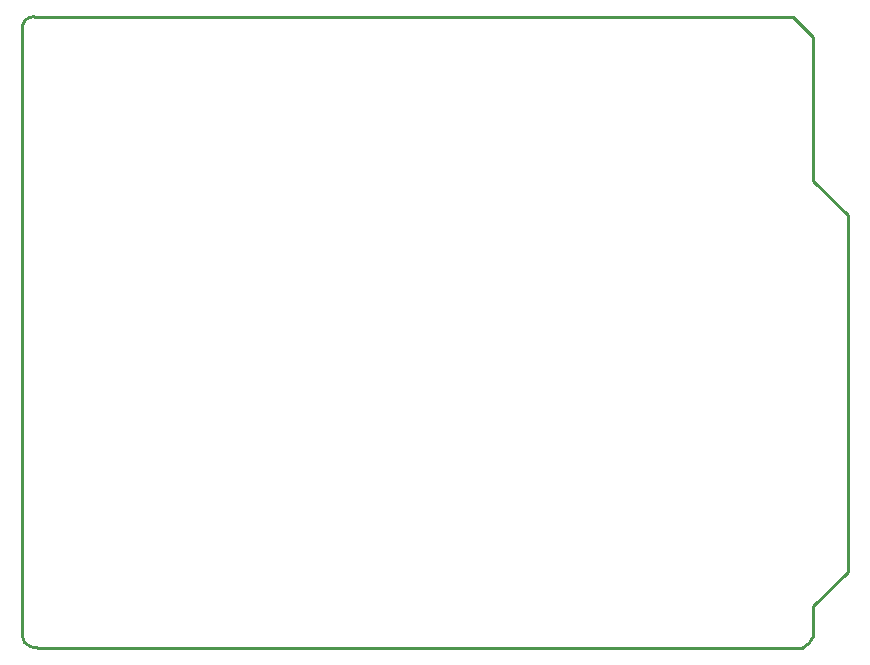
<source format=gko>
G04 Layer_Color=16711935*
%FSLAX24Y24*%
%MOIN*%
G70*
G01*
G75*
%ADD35C,0.0100*%
D35*
X26060Y37D02*
G03*
X26399Y398I-245J570D01*
G01*
X318Y64D02*
G03*
X418Y44I106J269D01*
G01*
X418D02*
G03*
X529Y37I82J407D01*
G01*
X33Y452D02*
G03*
X317Y66I378J-20D01*
G01*
X429Y21067D02*
G03*
X32Y20719I-20J-378D01*
G01*
X26399Y398D02*
Y1410D01*
X27550Y2561D01*
X25734Y21066D02*
X26400Y20400D01*
X429Y21067D02*
X25733D01*
X32Y436D02*
Y20719D01*
X529Y37D02*
X26060D01*
X26400Y15604D02*
Y20400D01*
Y15604D02*
X27550Y14454D01*
Y2561D02*
Y14454D01*
M02*

</source>
